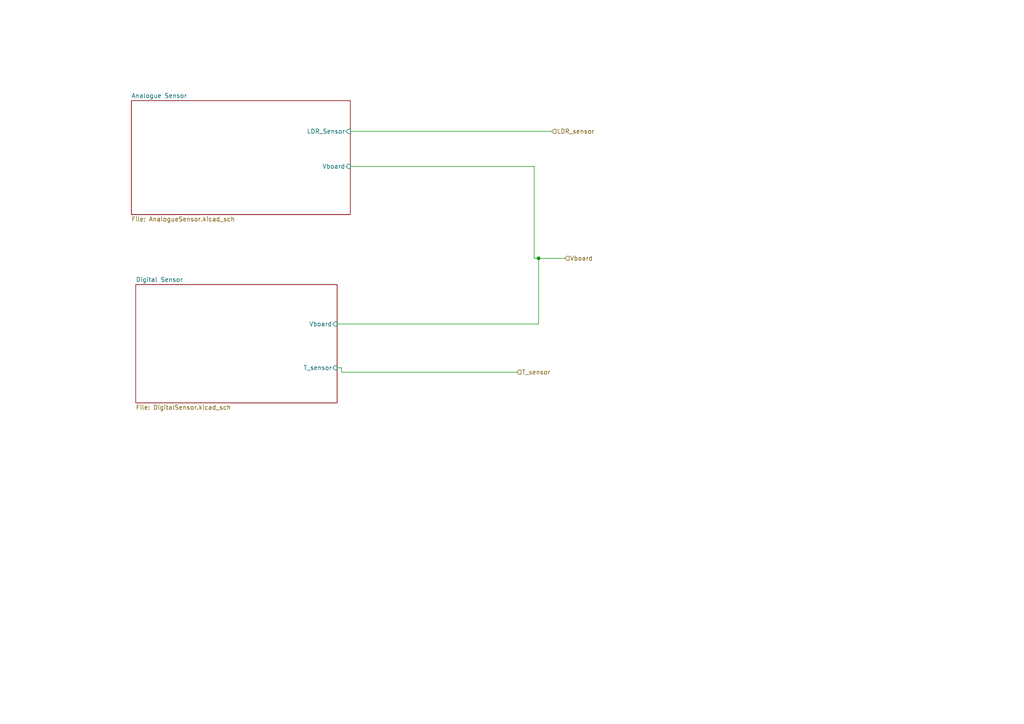
<source format=kicad_sch>
(kicad_sch (version 20230121) (generator eeschema)
  (paper "A4")
  (lib_symbols)
  (junction (at 156.21 74.93))
  (wire (pts (xy 156.21 93.98) (xy 156.21 74.93)))
  (wire (pts (xy 101.6 38.1) (xy 160.02 38.1)))
  (wire (pts (xy 154.94 48.26) (xy 154.94 74.93)))
  (wire (pts (xy 97.79 93.98) (xy 156.21 93.98)))
  (wire (pts (xy 149.86 107.95) (xy 99.06 107.95)))
  (wire (pts (xy 99.06 106.68) (xy 97.79 106.68)))
  (wire (pts (xy 99.06 107.95) (xy 99.06 106.68)))
  (wire (pts (xy 154.94 74.93) (xy 156.21 74.93)))
  (wire (pts (xy 101.6 48.26) (xy 154.94 48.26)))
  (wire (pts (xy 156.21 74.93) (xy 163.83 74.93)))
  (hierarchical_label "Vboard" (shape input) (at 163.83 74.93 0))
  (hierarchical_label "T_sensor" (shape input) (at 149.86 107.95 0))
  (hierarchical_label "LDR_sensor" (shape input) (at 160.02 38.1 0))
  (sheet (at 38.1 29.21) (size 63.5 33.02)
    (property "Sheetname" "Analogue Sensor" (at 38.1 28.4984 0) (effects (justify left bottom)))
    (property "Sheetfile" "AnalogueSensor.kicad_sch" (at 38.1 62.8146 0) (effects (justify left top)))
    (pin "Vboard" input (at 101.6 48.26 0))
    (pin "LDR_Sensor" input (at 101.6 38.1 0))
  )
  (sheet (at 39.37 82.55) (size 58.42 34.29)
    (property "Sheetname" "Digital Sensor" (at 39.37 81.8384 0) (effects (justify left bottom)))
    (property "Sheetfile" "DigitalSensor.kicad_sch" (at 39.37 117.4246 0) (effects (justify left top)))
    (pin "Vboard" input (at 97.79 93.98 0))
    (pin "T_sensor" input (at 97.79 106.68 0))
  )
)
</source>
